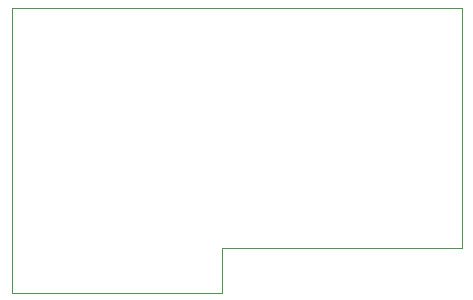
<source format=gbr>
%TF.GenerationSoftware,KiCad,Pcbnew,(5.1.9)-1*%
%TF.CreationDate,2021-01-20T17:57:45+09:00*%
%TF.ProjectId,test3_uno,74657374-335f-4756-9e6f-2e6b69636164,rev?*%
%TF.SameCoordinates,Original*%
%TF.FileFunction,Profile,NP*%
%FSLAX46Y46*%
G04 Gerber Fmt 4.6, Leading zero omitted, Abs format (unit mm)*
G04 Created by KiCad (PCBNEW (5.1.9)-1) date 2021-01-20 17:57:45*
%MOMM*%
%LPD*%
G01*
G04 APERTURE LIST*
%TA.AperFunction,Profile*%
%ADD10C,0.050000*%
%TD*%
G04 APERTURE END LIST*
D10*
X124460000Y-107950000D02*
X124460000Y-104140000D01*
X124460000Y-104140000D02*
X144780000Y-104140000D01*
X144780000Y-104140000D02*
X144780000Y-83820000D01*
X106680000Y-83820000D02*
X144780000Y-83820000D01*
X106680000Y-83820000D02*
X106680000Y-107950000D01*
X106680000Y-107950000D02*
X124460000Y-107950000D01*
M02*

</source>
